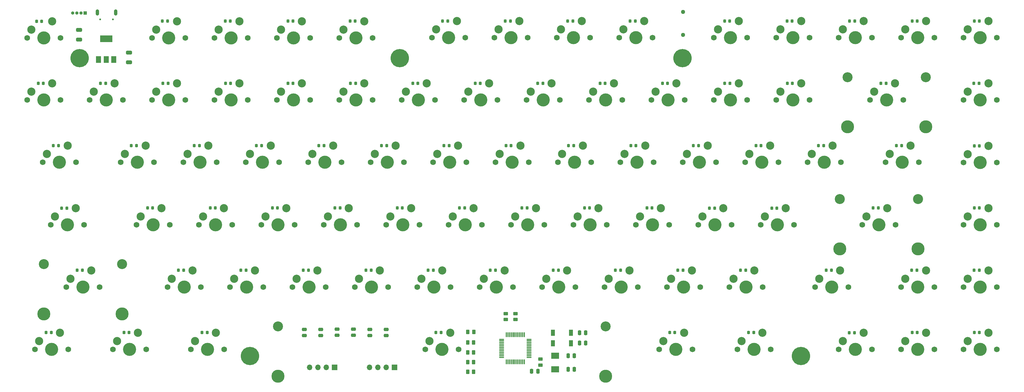
<source format=gbr>
%TF.GenerationSoftware,KiCad,Pcbnew,7.0.8-7.0.8~ubuntu22.04.1*%
%TF.CreationDate,2023-11-08T21:52:34+01:00*%
%TF.ProjectId,keyboard,6b657962-6f61-4726-942e-6b696361645f,rev?*%
%TF.SameCoordinates,Original*%
%TF.FileFunction,Soldermask,Bot*%
%TF.FilePolarity,Negative*%
%FSLAX46Y46*%
G04 Gerber Fmt 4.6, Leading zero omitted, Abs format (unit mm)*
G04 Created by KiCad (PCBNEW 7.0.8-7.0.8~ubuntu22.04.1) date 2023-11-08 21:52:34*
%MOMM*%
%LPD*%
G01*
G04 APERTURE LIST*
G04 Aperture macros list*
%AMRoundRect*
0 Rectangle with rounded corners*
0 $1 Rounding radius*
0 $2 $3 $4 $5 $6 $7 $8 $9 X,Y pos of 4 corners*
0 Add a 4 corners polygon primitive as box body*
4,1,4,$2,$3,$4,$5,$6,$7,$8,$9,$2,$3,0*
0 Add four circle primitives for the rounded corners*
1,1,$1+$1,$2,$3*
1,1,$1+$1,$4,$5*
1,1,$1+$1,$6,$7*
1,1,$1+$1,$8,$9*
0 Add four rect primitives between the rounded corners*
20,1,$1+$1,$2,$3,$4,$5,0*
20,1,$1+$1,$4,$5,$6,$7,0*
20,1,$1+$1,$6,$7,$8,$9,0*
20,1,$1+$1,$8,$9,$2,$3,0*%
G04 Aperture macros list end*
%ADD10C,1.750000*%
%ADD11C,4.000000*%
%ADD12C,2.500000*%
%ADD13C,5.600000*%
%ADD14C,3.048000*%
%ADD15C,3.987800*%
%ADD16C,0.550000*%
%ADD17O,1.050000X1.900000*%
%ADD18C,1.300000*%
%ADD19R,1.000000X1.000000*%
%ADD20O,1.000000X1.000000*%
%ADD21RoundRect,0.218750X-0.218750X-0.256250X0.218750X-0.256250X0.218750X0.256250X-0.218750X0.256250X0*%
%ADD22R,2.400000X1.900000*%
%ADD23RoundRect,0.250000X0.650000X-0.325000X0.650000X0.325000X-0.650000X0.325000X-0.650000X-0.325000X0*%
%ADD24RoundRect,0.250000X0.262500X0.450000X-0.262500X0.450000X-0.262500X-0.450000X0.262500X-0.450000X0*%
%ADD25RoundRect,0.250000X0.250000X0.475000X-0.250000X0.475000X-0.250000X-0.475000X0.250000X-0.475000X0*%
%ADD26RoundRect,0.075000X0.662500X0.075000X-0.662500X0.075000X-0.662500X-0.075000X0.662500X-0.075000X0*%
%ADD27RoundRect,0.075000X0.075000X0.662500X-0.075000X0.662500X-0.075000X-0.662500X0.075000X-0.662500X0*%
%ADD28RoundRect,0.250000X0.475000X-0.250000X0.475000X0.250000X-0.475000X0.250000X-0.475000X-0.250000X0*%
%ADD29RoundRect,0.250000X0.450000X-0.262500X0.450000X0.262500X-0.450000X0.262500X-0.450000X-0.262500X0*%
%ADD30R,1.500000X2.000000*%
%ADD31R,3.800000X2.000000*%
%ADD32RoundRect,0.250000X-0.250000X-0.475000X0.250000X-0.475000X0.250000X0.475000X-0.250000X0.475000X0*%
%ADD33R,1.300000X1.900000*%
%ADD34RoundRect,0.250000X-0.450000X0.262500X-0.450000X-0.262500X0.450000X-0.262500X0.450000X0.262500X0*%
%ADD35R,1.700000X1.700000*%
%ADD36O,1.700000X1.700000*%
%ADD37RoundRect,0.250000X-0.650000X0.325000X-0.650000X-0.325000X0.650000X-0.325000X0.650000X0.325000X0*%
G04 APERTURE END LIST*
D10*
%TO.C,S4*%
X245380000Y-116680000D03*
D11*
X250460000Y-116680000D03*
D10*
X255540000Y-116680000D03*
D12*
X246650000Y-114140000D03*
X253000000Y-111600000D03*
%TD*%
D10*
%TO.C,S10*%
X293030000Y-97630000D03*
D11*
X298110000Y-97630000D03*
D10*
X303190000Y-97630000D03*
D12*
X294300000Y-95090000D03*
X300650000Y-92550000D03*
%TD*%
D10*
%TO.C,S33*%
X288280000Y-135750000D03*
D11*
X293360000Y-135750000D03*
D10*
X298440000Y-135750000D03*
D12*
X289550000Y-133210000D03*
X295900000Y-130670000D03*
%TD*%
D10*
%TO.C,S24*%
X69160000Y-116680000D03*
D11*
X74240000Y-116680000D03*
D10*
X79320000Y-116680000D03*
D12*
X70430000Y-114140000D03*
X76780000Y-111600000D03*
%TD*%
D10*
%TO.C,S56*%
X135880000Y-135750000D03*
D11*
X140960000Y-135750000D03*
D10*
X146040000Y-135750000D03*
D12*
X137150000Y-133210000D03*
X143500000Y-130670000D03*
%TD*%
D10*
%TO.C,S51*%
X107230000Y-154800000D03*
D11*
X112310000Y-154800000D03*
D10*
X117390000Y-154800000D03*
D12*
X108500000Y-152260000D03*
X114850000Y-149720000D03*
%TD*%
D13*
%TO.C,H1*%
X80350000Y-84800000D03*
%TD*%
D10*
%TO.C,S65*%
X293020000Y-78550000D03*
D11*
X298100000Y-78550000D03*
D10*
X303180000Y-78550000D03*
D12*
X294290000Y-76010000D03*
X300640000Y-73470000D03*
%TD*%
D10*
%TO.C,S16*%
X83460000Y-97630000D03*
D11*
X88540000Y-97630000D03*
D10*
X93620000Y-97630000D03*
D12*
X84730000Y-95090000D03*
X91080000Y-92550000D03*
%TD*%
D10*
%TO.C,S66*%
X235880000Y-97630000D03*
D11*
X240960000Y-97630000D03*
D10*
X246040000Y-97630000D03*
D12*
X237150000Y-95090000D03*
X243500000Y-92550000D03*
%TD*%
D10*
%TO.C,S58*%
X90580000Y-173850000D03*
D11*
X95660000Y-173850000D03*
D10*
X100740000Y-173850000D03*
D12*
X91850000Y-171310000D03*
X98200000Y-168770000D03*
%TD*%
D10*
%TO.C,S21*%
X331090000Y-173850000D03*
D11*
X336170000Y-173850000D03*
D10*
X341250000Y-173850000D03*
D12*
X332360000Y-171310000D03*
X338710000Y-168770000D03*
%TD*%
D10*
%TO.C,S75*%
X183430000Y-154800000D03*
D11*
X188510000Y-154800000D03*
D10*
X193590000Y-154800000D03*
D12*
X184700000Y-152260000D03*
X191050000Y-149720000D03*
%TD*%
D10*
%TO.C,S76*%
X257290000Y-173850000D03*
D11*
X262370000Y-173850000D03*
D10*
X267450000Y-173850000D03*
D12*
X258560000Y-171310000D03*
X264910000Y-168770000D03*
%TD*%
D13*
%TO.C,H3*%
X300550000Y-175950000D03*
%TD*%
D10*
%TO.C,S59*%
X273970000Y-78550000D03*
D11*
X279050000Y-78550000D03*
D10*
X284130000Y-78550000D03*
D12*
X275240000Y-76010000D03*
X281590000Y-73470000D03*
%TD*%
D10*
%TO.C,S23*%
X102510000Y-97630000D03*
D11*
X107590000Y-97630000D03*
D10*
X112670000Y-97630000D03*
D12*
X103780000Y-95090000D03*
X110130000Y-92550000D03*
%TD*%
D10*
%TO.C,S55*%
X169180000Y-116680000D03*
D11*
X174260000Y-116680000D03*
D10*
X179340000Y-116680000D03*
D12*
X170450000Y-114140000D03*
X176800000Y-111600000D03*
%TD*%
D10*
%TO.C,S49*%
X150130000Y-116680000D03*
D11*
X155210000Y-116680000D03*
D10*
X160290000Y-116680000D03*
D12*
X151400000Y-114140000D03*
X157750000Y-111600000D03*
%TD*%
D10*
%TO.C,S2*%
X331120000Y-78550000D03*
D11*
X336200000Y-78550000D03*
D10*
X341280000Y-78550000D03*
D12*
X332390000Y-76010000D03*
X338740000Y-73470000D03*
%TD*%
D10*
%TO.C,S35*%
X187900000Y-78550000D03*
D11*
X192980000Y-78550000D03*
D10*
X198060000Y-78550000D03*
D12*
X189170000Y-76010000D03*
X195520000Y-73470000D03*
%TD*%
D10*
%TO.C,S70*%
X185850000Y-173850000D03*
D11*
X190930000Y-173850000D03*
D10*
X196010000Y-173850000D03*
D12*
X187120000Y-171310000D03*
X193470000Y-168770000D03*
%TD*%
D14*
%TO.C,bs stabilizer*%
X314742000Y-90645000D03*
D15*
X314742000Y-105855000D03*
D14*
X338618000Y-90645000D03*
D15*
X338618000Y-105855000D03*
%TD*%
D10*
%TO.C,S15*%
X121580000Y-78600000D03*
D11*
X126660000Y-78600000D03*
D10*
X131740000Y-78600000D03*
D12*
X122850000Y-76060000D03*
X129200000Y-73520000D03*
%TD*%
D10*
%TO.C,S28*%
X350150000Y-173850000D03*
D11*
X355230000Y-173850000D03*
D10*
X360310000Y-173850000D03*
D12*
X351420000Y-171310000D03*
X357770000Y-168770000D03*
%TD*%
D10*
%TO.C,S48*%
X178730000Y-97630000D03*
D11*
X183810000Y-97630000D03*
D10*
X188890000Y-97630000D03*
D12*
X180000000Y-95090000D03*
X186350000Y-92550000D03*
%TD*%
D10*
%TO.C,S78*%
X350130000Y-97590000D03*
D11*
X355210000Y-97590000D03*
D10*
X360290000Y-97590000D03*
D12*
X351400000Y-95050000D03*
X357750000Y-92510000D03*
%TD*%
D10*
%TO.C,S79*%
X350165000Y-116700000D03*
D11*
X355245000Y-116700000D03*
D10*
X360325000Y-116700000D03*
D12*
X351435000Y-114160000D03*
X357785000Y-111620000D03*
%TD*%
D10*
%TO.C,S6*%
X202480000Y-154800000D03*
D11*
X207560000Y-154800000D03*
D10*
X212640000Y-154800000D03*
D12*
X203750000Y-152260000D03*
X210100000Y-149720000D03*
%TD*%
D10*
%TO.C,S17*%
X321600000Y-97630000D03*
D11*
X326680000Y-97630000D03*
D10*
X331760000Y-97630000D03*
D12*
X322870000Y-95090000D03*
X329220000Y-92550000D03*
%TD*%
D10*
%TO.C,S60*%
X216830000Y-97630000D03*
D11*
X221910000Y-97630000D03*
D10*
X226990000Y-97630000D03*
D12*
X218100000Y-95090000D03*
X224450000Y-92550000D03*
%TD*%
D10*
%TO.C,S5*%
X212080000Y-135750000D03*
D11*
X217160000Y-135750000D03*
D10*
X222240000Y-135750000D03*
D12*
X213350000Y-133210000D03*
X219700000Y-130670000D03*
%TD*%
D10*
%TO.C,S53*%
X245070000Y-78550000D03*
D11*
X250150000Y-78550000D03*
D10*
X255230000Y-78550000D03*
D12*
X246340000Y-76010000D03*
X252690000Y-73470000D03*
%TD*%
D10*
%TO.C,S50*%
X116830000Y-135750000D03*
D11*
X121910000Y-135750000D03*
D10*
X126990000Y-135750000D03*
D12*
X118100000Y-133210000D03*
X124450000Y-130670000D03*
%TD*%
D10*
%TO.C,S62*%
X154930000Y-135750000D03*
D11*
X160010000Y-135750000D03*
D10*
X165090000Y-135750000D03*
D12*
X156200000Y-133210000D03*
X162550000Y-130670000D03*
%TD*%
D10*
%TO.C,S31*%
X92960000Y-116680000D03*
D11*
X98040000Y-116680000D03*
D10*
X103120000Y-116680000D03*
D12*
X94230000Y-114140000D03*
X100580000Y-111600000D03*
%TD*%
D10*
%TO.C,S63*%
X145330000Y-154800000D03*
D11*
X150410000Y-154800000D03*
D10*
X155490000Y-154800000D03*
D12*
X146600000Y-152260000D03*
X152950000Y-149720000D03*
%TD*%
D10*
%TO.C,S26*%
X269230000Y-135750000D03*
D11*
X274310000Y-135750000D03*
D10*
X279390000Y-135750000D03*
D12*
X270500000Y-133210000D03*
X276850000Y-130670000D03*
%TD*%
D10*
%TO.C,S25*%
X302530000Y-116680000D03*
D11*
X307610000Y-116680000D03*
D10*
X312690000Y-116680000D03*
D12*
X303800000Y-114140000D03*
X310150000Y-111600000D03*
%TD*%
D10*
%TO.C,S11*%
X264430000Y-116680000D03*
D11*
X269510000Y-116680000D03*
D10*
X274590000Y-116680000D03*
D12*
X265700000Y-114140000D03*
X272050000Y-111600000D03*
%TD*%
D10*
%TO.C,S54*%
X197780000Y-97630000D03*
D11*
X202860000Y-97630000D03*
D10*
X207940000Y-97630000D03*
D12*
X199050000Y-95090000D03*
X205400000Y-92550000D03*
%TD*%
D10*
%TO.C,S1*%
X64410000Y-78600000D03*
D11*
X69490000Y-78600000D03*
D10*
X74570000Y-78600000D03*
D12*
X65680000Y-76060000D03*
X72030000Y-73520000D03*
%TD*%
D14*
%TO.C,lshift stabilizer*%
X69452000Y-147815000D03*
D15*
X69452000Y-163025000D03*
D14*
X93328000Y-147815000D03*
D15*
X93328000Y-163025000D03*
%TD*%
D10*
%TO.C,S9*%
X64410000Y-97630000D03*
D11*
X69490000Y-97630000D03*
D10*
X74570000Y-97630000D03*
D12*
X65680000Y-95090000D03*
X72030000Y-92550000D03*
%TD*%
D10*
%TO.C,S67*%
X207280000Y-116680000D03*
D11*
X212360000Y-116680000D03*
D10*
X217440000Y-116680000D03*
D12*
X208550000Y-114140000D03*
X214900000Y-111600000D03*
%TD*%
D10*
%TO.C,S40*%
X304870000Y-154800000D03*
D11*
X309950000Y-154800000D03*
D10*
X315030000Y-154800000D03*
D12*
X306140000Y-152260000D03*
X312490000Y-149720000D03*
%TD*%
D13*
%TO.C,H2*%
X178100000Y-84800000D03*
%TD*%
D10*
%TO.C,S68*%
X173980000Y-135750000D03*
D11*
X179060000Y-135750000D03*
D10*
X184140000Y-135750000D03*
D12*
X175250000Y-133210000D03*
X181600000Y-130670000D03*
%TD*%
D10*
%TO.C,S36*%
X140600000Y-97630000D03*
D11*
X145680000Y-97630000D03*
D10*
X150760000Y-97630000D03*
D12*
X141870000Y-95090000D03*
X148220000Y-92550000D03*
%TD*%
D10*
%TO.C,S7*%
X281170000Y-173850000D03*
D11*
X286250000Y-173850000D03*
D10*
X291330000Y-173850000D03*
D12*
X282440000Y-171310000D03*
X288790000Y-168770000D03*
%TD*%
D13*
%TO.C,H4*%
X132400000Y-175950000D03*
%TD*%
D16*
%TO.C,J1*%
X90525000Y-73000000D03*
X86675000Y-73000000D03*
D17*
X91425000Y-70850000D03*
X85775000Y-70850000D03*
%TD*%
D10*
%TO.C,S38*%
X71570000Y-135750000D03*
D11*
X76650000Y-135750000D03*
D10*
X81730000Y-135750000D03*
D12*
X72840000Y-133210000D03*
X79190000Y-130670000D03*
%TD*%
D14*
%TO.C,enter stabilizer*%
X312372000Y-127910000D03*
D15*
X312372000Y-143120000D03*
D14*
X336248000Y-127910000D03*
D15*
X336248000Y-143120000D03*
%TD*%
D10*
%TO.C,S80*%
X350150000Y-135750000D03*
D11*
X355230000Y-135750000D03*
D10*
X360310000Y-135750000D03*
D12*
X351420000Y-133210000D03*
X357770000Y-130670000D03*
%TD*%
D10*
%TO.C,S13*%
X221530000Y-154800000D03*
D11*
X226610000Y-154800000D03*
D10*
X231690000Y-154800000D03*
D12*
X222800000Y-152260000D03*
X229150000Y-149720000D03*
%TD*%
D10*
%TO.C,S14*%
X312040000Y-173850000D03*
D11*
X317120000Y-173850000D03*
D10*
X322200000Y-173850000D03*
D12*
X313310000Y-171310000D03*
X319660000Y-168770000D03*
%TD*%
D10*
%TO.C,S61*%
X188230000Y-116680000D03*
D11*
X193310000Y-116680000D03*
D10*
X198390000Y-116680000D03*
D12*
X189500000Y-114140000D03*
X195850000Y-111600000D03*
%TD*%
D10*
%TO.C,S44*%
X97780000Y-135750000D03*
D11*
X102860000Y-135750000D03*
D10*
X107940000Y-135750000D03*
D12*
X99050000Y-133210000D03*
X105400000Y-130670000D03*
%TD*%
D10*
%TO.C,S30*%
X121560000Y-97630000D03*
D11*
X126640000Y-97630000D03*
D10*
X131720000Y-97630000D03*
D12*
X122830000Y-95090000D03*
X129180000Y-92550000D03*
%TD*%
D10*
%TO.C,S47*%
X226020000Y-78550000D03*
D11*
X231100000Y-78550000D03*
D10*
X236180000Y-78550000D03*
D12*
X227290000Y-76010000D03*
X233640000Y-73470000D03*
%TD*%
D10*
%TO.C,S81*%
X350150000Y-154800000D03*
D11*
X355230000Y-154800000D03*
D10*
X360310000Y-154800000D03*
D12*
X351420000Y-152260000D03*
X357770000Y-149720000D03*
%TD*%
D10*
%TO.C,S12*%
X231130000Y-135750000D03*
D11*
X236210000Y-135750000D03*
D10*
X241290000Y-135750000D03*
D12*
X232400000Y-133210000D03*
X238750000Y-130670000D03*
%TD*%
D14*
%TO.C,space stabilizer*%
X140930000Y-166865000D03*
D15*
X140930000Y-182075000D03*
D14*
X240930000Y-166865000D03*
D15*
X240930000Y-182075000D03*
%TD*%
D10*
%TO.C,S46*%
X331120000Y-154800000D03*
D11*
X336200000Y-154800000D03*
D10*
X341280000Y-154800000D03*
D12*
X332390000Y-152260000D03*
X338740000Y-149720000D03*
%TD*%
D10*
%TO.C,S34*%
X278680000Y-154800000D03*
D11*
X283760000Y-154800000D03*
D10*
X288840000Y-154800000D03*
D12*
X279950000Y-152260000D03*
X286300000Y-149720000D03*
%TD*%
D10*
%TO.C,S74*%
X193030000Y-135750000D03*
D11*
X198110000Y-135750000D03*
D10*
X203190000Y-135750000D03*
D12*
X194300000Y-133210000D03*
X200650000Y-130670000D03*
%TD*%
D10*
%TO.C,S37*%
X112030000Y-116680000D03*
D11*
X117110000Y-116680000D03*
D10*
X122190000Y-116680000D03*
D12*
X113300000Y-114140000D03*
X119650000Y-111600000D03*
%TD*%
D10*
%TO.C,S41*%
X206970000Y-78550000D03*
D11*
X212050000Y-78550000D03*
D10*
X217130000Y-78550000D03*
D12*
X208240000Y-76010000D03*
X214590000Y-73470000D03*
%TD*%
D10*
%TO.C,S8*%
X102504700Y-78600000D03*
D11*
X107584700Y-78600000D03*
D10*
X112664700Y-78600000D03*
D12*
X103774700Y-76060000D03*
X110124700Y-73520000D03*
%TD*%
D10*
%TO.C,S77*%
X350100000Y-78550000D03*
D11*
X355180000Y-78550000D03*
D10*
X360260000Y-78550000D03*
D12*
X351370000Y-76010000D03*
X357720000Y-73470000D03*
%TD*%
D10*
%TO.C,S64*%
X114380000Y-173850000D03*
D11*
X119460000Y-173850000D03*
D10*
X124540000Y-173850000D03*
D12*
X115650000Y-171310000D03*
X122000000Y-168770000D03*
%TD*%
D10*
%TO.C,S71*%
X312070000Y-78550000D03*
D11*
X317150000Y-78550000D03*
D10*
X322230000Y-78550000D03*
D12*
X313340000Y-76010000D03*
X319690000Y-73470000D03*
%TD*%
D10*
%TO.C,S45*%
X76310000Y-154800000D03*
D11*
X81390000Y-154800000D03*
D10*
X86470000Y-154800000D03*
D12*
X77580000Y-152260000D03*
X83930000Y-149720000D03*
%TD*%
D10*
%TO.C,S19*%
X250180000Y-135750000D03*
D11*
X255260000Y-135750000D03*
D10*
X260340000Y-135750000D03*
D12*
X251450000Y-133210000D03*
X257800000Y-130670000D03*
%TD*%
D10*
%TO.C,S52*%
X66780000Y-173850000D03*
D11*
X71860000Y-173850000D03*
D10*
X76940000Y-173850000D03*
D12*
X68050000Y-171310000D03*
X74400000Y-168770000D03*
%TD*%
D10*
%TO.C,S42*%
X159680000Y-97630000D03*
D11*
X164760000Y-97630000D03*
D10*
X169840000Y-97630000D03*
D12*
X160950000Y-95090000D03*
X167300000Y-92550000D03*
%TD*%
D10*
%TO.C,S57*%
X126280000Y-154800000D03*
D11*
X131360000Y-154800000D03*
D10*
X136440000Y-154800000D03*
D12*
X127550000Y-152260000D03*
X133900000Y-149720000D03*
%TD*%
D10*
%TO.C,S3*%
X273980000Y-97630000D03*
D11*
X279060000Y-97630000D03*
D10*
X284140000Y-97630000D03*
D12*
X275250000Y-95090000D03*
X281600000Y-92550000D03*
%TD*%
D13*
%TO.C,H5*%
X264400000Y-84800000D03*
%TD*%
D10*
%TO.C,S73*%
X226330000Y-116680000D03*
D11*
X231410000Y-116680000D03*
D10*
X236490000Y-116680000D03*
D12*
X227600000Y-114140000D03*
X233950000Y-111600000D03*
%TD*%
D10*
%TO.C,S32*%
X326330000Y-116680000D03*
D11*
X331410000Y-116680000D03*
D10*
X336490000Y-116680000D03*
D12*
X327600000Y-114140000D03*
X333950000Y-111600000D03*
%TD*%
D10*
%TO.C,S27*%
X259630000Y-154800000D03*
D11*
X264710000Y-154800000D03*
D10*
X269790000Y-154800000D03*
D12*
X260900000Y-152260000D03*
X267250000Y-149720000D03*
%TD*%
D10*
%TO.C,S39*%
X319230000Y-135750000D03*
D11*
X324310000Y-135750000D03*
D10*
X329390000Y-135750000D03*
D12*
X320500000Y-133210000D03*
X326850000Y-130670000D03*
%TD*%
D10*
%TO.C,S22*%
X140630000Y-78600000D03*
D11*
X145710000Y-78600000D03*
D10*
X150790000Y-78600000D03*
D12*
X141900000Y-76060000D03*
X148250000Y-73520000D03*
%TD*%
D10*
%TO.C,S72*%
X254930000Y-97630000D03*
D11*
X260010000Y-97630000D03*
D10*
X265090000Y-97630000D03*
D12*
X256200000Y-95090000D03*
X262550000Y-92550000D03*
%TD*%
D10*
%TO.C,S20*%
X240580000Y-154800000D03*
D11*
X245660000Y-154800000D03*
D10*
X250740000Y-154800000D03*
D12*
X241850000Y-152260000D03*
X248200000Y-149720000D03*
%TD*%
D10*
%TO.C,S18*%
X283480000Y-116680000D03*
D11*
X288560000Y-116680000D03*
D10*
X293640000Y-116680000D03*
D12*
X284750000Y-114140000D03*
X291100000Y-111600000D03*
%TD*%
D10*
%TO.C,S29*%
X159680000Y-78600000D03*
D11*
X164760000Y-78600000D03*
D10*
X169840000Y-78600000D03*
D12*
X160950000Y-76060000D03*
X167300000Y-73520000D03*
%TD*%
D18*
%TO.C,J2*%
X264580000Y-70700000D03*
X264580000Y-77700000D03*
%TD*%
D19*
%TO.C,J5*%
X82100000Y-71000000D03*
D20*
X80830000Y-71000000D03*
X79560000Y-71000000D03*
X78290000Y-71000000D03*
%TD*%
D10*
%TO.C,S43*%
X131080000Y-116680000D03*
D11*
X136160000Y-116680000D03*
D10*
X141240000Y-116680000D03*
D12*
X132350000Y-114140000D03*
X138700000Y-111600000D03*
%TD*%
D10*
%TO.C,S69*%
X164380000Y-154800000D03*
D11*
X169460000Y-154800000D03*
D10*
X174540000Y-154800000D03*
D12*
X165650000Y-152260000D03*
X172000000Y-149720000D03*
%TD*%
D21*
%TO.C,D42*%
X163062500Y-92550000D03*
X164637500Y-92550000D03*
%TD*%
%TO.C,D74*%
X229612500Y-111600000D03*
X231187500Y-111600000D03*
%TD*%
%TO.C,D64*%
X117725000Y-168750000D03*
X119300000Y-168750000D03*
%TD*%
%TO.C,D44*%
X101125000Y-130650000D03*
X102700000Y-130650000D03*
%TD*%
%TO.C,D62*%
X158312500Y-130650000D03*
X159887500Y-130650000D03*
%TD*%
%TO.C,D45*%
X79662500Y-149700000D03*
X81237500Y-149700000D03*
%TD*%
D22*
%TO.C,Y2*%
X225482500Y-175850000D03*
X225482500Y-179950000D03*
%TD*%
D21*
%TO.C,D72*%
X315362500Y-73450000D03*
X316937500Y-73450000D03*
%TD*%
D23*
%TO.C,C7*%
X80250000Y-79125000D03*
X80250000Y-76175000D03*
%TD*%
D21*
%TO.C,D65*%
X296282500Y-73450000D03*
X297857500Y-73450000D03*
%TD*%
%TO.C,D4*%
X248612500Y-111600000D03*
X250187500Y-111600000D03*
%TD*%
D24*
%TO.C,R10*%
X200695000Y-168550000D03*
X198870000Y-168550000D03*
%TD*%
D21*
%TO.C,D10*%
X296362500Y-92550000D03*
X297937500Y-92550000D03*
%TD*%
%TO.C,D30*%
X124912500Y-92550000D03*
X126487500Y-92550000D03*
%TD*%
%TO.C,D37*%
X115362500Y-111600000D03*
X116937500Y-111600000D03*
%TD*%
D25*
%TO.C,C10*%
X231365000Y-175862500D03*
X229465000Y-175862500D03*
%TD*%
D24*
%TO.C,R12*%
X200625000Y-180750000D03*
X198800000Y-180750000D03*
%TD*%
D21*
%TO.C,D8*%
X105655000Y-73500000D03*
X107230000Y-73500000D03*
%TD*%
%TO.C,D21*%
X334462500Y-168750000D03*
X336037500Y-168750000D03*
%TD*%
D26*
%TO.C,U1*%
X217512500Y-170800000D03*
X217512500Y-171300000D03*
X217512500Y-171800000D03*
X217512500Y-172300000D03*
X217512500Y-172800000D03*
X217512500Y-173300000D03*
X217512500Y-173800000D03*
X217512500Y-174300000D03*
X217512500Y-174800000D03*
X217512500Y-175300000D03*
X217512500Y-175800000D03*
X217512500Y-176300000D03*
D27*
X216100000Y-177712500D03*
X215600000Y-177712500D03*
X215100000Y-177712500D03*
X214600000Y-177712500D03*
X214100000Y-177712500D03*
X213600000Y-177712500D03*
X213100000Y-177712500D03*
X212600000Y-177712500D03*
X212100000Y-177712500D03*
X211600000Y-177712500D03*
X211100000Y-177712500D03*
X210600000Y-177712500D03*
D26*
X209187500Y-176300000D03*
X209187500Y-175800000D03*
X209187500Y-175300000D03*
X209187500Y-174800000D03*
X209187500Y-174300000D03*
X209187500Y-173800000D03*
X209187500Y-173300000D03*
X209187500Y-172800000D03*
X209187500Y-172300000D03*
X209187500Y-171800000D03*
X209187500Y-171300000D03*
X209187500Y-170800000D03*
D27*
X210600000Y-169387500D03*
X211100000Y-169387500D03*
X211600000Y-169387500D03*
X212100000Y-169387500D03*
X212600000Y-169387500D03*
X213100000Y-169387500D03*
X213600000Y-169387500D03*
X214100000Y-169387500D03*
X214600000Y-169387500D03*
X215100000Y-169387500D03*
X215600000Y-169387500D03*
X216100000Y-169387500D03*
%TD*%
D21*
%TO.C,D75*%
X196312500Y-130650000D03*
X197887500Y-130650000D03*
%TD*%
%TO.C,D9*%
X67755000Y-92550000D03*
X69330000Y-92550000D03*
%TD*%
D28*
%TO.C,C5*%
X158950000Y-169600000D03*
X158950000Y-167700000D03*
%TD*%
D29*
%TO.C,R6*%
X213400000Y-164762500D03*
X213400000Y-162937500D03*
%TD*%
D21*
%TO.C,D54*%
X201112500Y-92550000D03*
X202687500Y-92550000D03*
%TD*%
%TO.C,D36*%
X143962500Y-92550000D03*
X145537500Y-92550000D03*
%TD*%
%TO.C,D76*%
X186775000Y-149700000D03*
X188350000Y-149700000D03*
%TD*%
%TO.C,D35*%
X191162500Y-73500000D03*
X192737500Y-73500000D03*
%TD*%
%TO.C,D12*%
X234462500Y-130650000D03*
X236037500Y-130650000D03*
%TD*%
%TO.C,D52*%
X70162500Y-168750000D03*
X71737500Y-168750000D03*
%TD*%
%TO.C,D27*%
X262962500Y-149700000D03*
X264537500Y-149700000D03*
%TD*%
%TO.C,D55*%
X172512500Y-111600000D03*
X174087500Y-111600000D03*
%TD*%
%TO.C,D59*%
X277232500Y-73500000D03*
X278807500Y-73500000D03*
%TD*%
D30*
%TO.C,U2*%
X90780000Y-85200000D03*
X88480000Y-85200000D03*
D31*
X88480000Y-78900000D03*
D30*
X86180000Y-85200000D03*
%TD*%
D24*
%TO.C,R11*%
X200625000Y-177800000D03*
X198800000Y-177800000D03*
%TD*%
D28*
%TO.C,C1*%
X173950000Y-169650000D03*
X173950000Y-167750000D03*
%TD*%
D21*
%TO.C,D3*%
X277262500Y-92550000D03*
X278837500Y-92550000D03*
%TD*%
%TO.C,D50*%
X120230000Y-130650000D03*
X121805000Y-130650000D03*
%TD*%
%TO.C,D39*%
X322562500Y-130650000D03*
X324137500Y-130650000D03*
%TD*%
%TO.C,D70*%
X189125000Y-168750000D03*
X190700000Y-168750000D03*
%TD*%
%TO.C,D82*%
X353362500Y-149700000D03*
X354937500Y-149700000D03*
%TD*%
%TO.C,D22*%
X143942500Y-73500000D03*
X145517500Y-73500000D03*
%TD*%
D32*
%TO.C,C13*%
X218332500Y-180550000D03*
X220232500Y-180550000D03*
%TD*%
D33*
%TO.C,Y1*%
X224850000Y-168787500D03*
X230350000Y-168787500D03*
X230350000Y-171987500D03*
X224850000Y-171987500D03*
%TD*%
D21*
%TO.C,D56*%
X139212500Y-130650000D03*
X140787500Y-130650000D03*
%TD*%
%TO.C,D29*%
X162930000Y-73500000D03*
X164505000Y-73500000D03*
%TD*%
%TO.C,D58*%
X93912500Y-168750000D03*
X95487500Y-168750000D03*
%TD*%
%TO.C,D80*%
X353400000Y-111650000D03*
X354975000Y-111650000D03*
%TD*%
%TO.C,D20*%
X243925000Y-149700000D03*
X245500000Y-149700000D03*
%TD*%
%TO.C,D33*%
X291605000Y-130700000D03*
X293180000Y-130700000D03*
%TD*%
%TO.C,D34*%
X282062500Y-149700000D03*
X283637500Y-149700000D03*
%TD*%
D28*
%TO.C,C2*%
X168950000Y-169650000D03*
X168950000Y-167750000D03*
%TD*%
D21*
%TO.C,D51*%
X110562500Y-149700000D03*
X112137500Y-149700000D03*
%TD*%
%TO.C,D15*%
X124805000Y-73500000D03*
X126380000Y-73500000D03*
%TD*%
%TO.C,D32*%
X329662500Y-111600000D03*
X331237500Y-111600000D03*
%TD*%
%TO.C,D23*%
X105812500Y-92550000D03*
X107387500Y-92550000D03*
%TD*%
%TO.C,D26*%
X272580000Y-130700000D03*
X274155000Y-130700000D03*
%TD*%
%TO.C,D28*%
X353425000Y-168750000D03*
X355000000Y-168750000D03*
%TD*%
%TO.C,D40*%
X308252500Y-149700000D03*
X309827500Y-149700000D03*
%TD*%
D28*
%TO.C,C8*%
X148950000Y-169650000D03*
X148950000Y-167750000D03*
%TD*%
D21*
%TO.C,D14*%
X315275000Y-168800000D03*
X316850000Y-168800000D03*
%TD*%
%TO.C,D78*%
X353400000Y-73450000D03*
X354975000Y-73450000D03*
%TD*%
%TO.C,D46*%
X334325000Y-149700000D03*
X335900000Y-149700000D03*
%TD*%
%TO.C,D38*%
X74912500Y-130700000D03*
X76487500Y-130700000D03*
%TD*%
%TO.C,D49*%
X153412500Y-111600000D03*
X154987500Y-111600000D03*
%TD*%
D34*
%TO.C,R4*%
X221032500Y-176865000D03*
X221032500Y-178690000D03*
%TD*%
D21*
%TO.C,D41*%
X210300000Y-73450000D03*
X211875000Y-73450000D03*
%TD*%
%TO.C,D7*%
X284525000Y-168750000D03*
X286100000Y-168750000D03*
%TD*%
%TO.C,D77*%
X260462500Y-168750000D03*
X262037500Y-168750000D03*
%TD*%
D35*
%TO.C,J4*%
X158180000Y-179400000D03*
D36*
X155640000Y-179400000D03*
X153100000Y-179400000D03*
X150560000Y-179400000D03*
%TD*%
D24*
%TO.C,R7*%
X200625000Y-171800000D03*
X198800000Y-171800000D03*
%TD*%
D21*
%TO.C,D19*%
X253512500Y-130650000D03*
X255087500Y-130650000D03*
%TD*%
%TO.C,D5*%
X215362500Y-130650000D03*
X216937500Y-130650000D03*
%TD*%
%TO.C,D67*%
X210512500Y-111600000D03*
X212087500Y-111600000D03*
%TD*%
%TO.C,D18*%
X286775000Y-111600000D03*
X288350000Y-111600000D03*
%TD*%
D25*
%TO.C,C9*%
X231365000Y-179950000D03*
X229465000Y-179950000D03*
%TD*%
D21*
%TO.C,D11*%
X267712500Y-111600000D03*
X269287500Y-111600000D03*
%TD*%
%TO.C,D73*%
X258262500Y-92550000D03*
X259837500Y-92550000D03*
%TD*%
%TO.C,D25*%
X305862500Y-111600000D03*
X307437500Y-111600000D03*
%TD*%
D25*
%TO.C,C11*%
X234832500Y-171950000D03*
X232932500Y-171950000D03*
%TD*%
D21*
%TO.C,D17*%
X324912500Y-92550000D03*
X326487500Y-92550000D03*
%TD*%
%TO.C,D24*%
X72355000Y-111600000D03*
X73930000Y-111600000D03*
%TD*%
%TO.C,D48*%
X182062500Y-92550000D03*
X183637500Y-92550000D03*
%TD*%
%TO.C,D57*%
X129612500Y-149700000D03*
X131187500Y-149700000D03*
%TD*%
%TO.C,D66*%
X239212500Y-92550000D03*
X240787500Y-92550000D03*
%TD*%
%TO.C,D53*%
X248412500Y-73500000D03*
X249987500Y-73500000D03*
%TD*%
%TO.C,D63*%
X148662500Y-149700000D03*
X150237500Y-149700000D03*
%TD*%
%TO.C,D81*%
X353400000Y-130650000D03*
X354975000Y-130650000D03*
%TD*%
D28*
%TO.C,C3*%
X163950000Y-169600000D03*
X163950000Y-167700000D03*
%TD*%
D21*
%TO.C,D13*%
X224912500Y-149700000D03*
X226487500Y-149700000D03*
%TD*%
%TO.C,D47*%
X229312500Y-73450000D03*
X230887500Y-73450000D03*
%TD*%
D37*
%TO.C,C4*%
X95480000Y-83100000D03*
X95480000Y-86050000D03*
%TD*%
D28*
%TO.C,C6*%
X153950000Y-169650000D03*
X153950000Y-167750000D03*
%TD*%
D21*
%TO.C,D6*%
X205712500Y-149700000D03*
X207287500Y-149700000D03*
%TD*%
%TO.C,D79*%
X353300000Y-92540000D03*
X354875000Y-92540000D03*
%TD*%
%TO.C,D2*%
X334462500Y-73450000D03*
X336037500Y-73450000D03*
%TD*%
%TO.C,D31*%
X96162500Y-111600000D03*
X97737500Y-111600000D03*
%TD*%
%TO.C,D1*%
X67242500Y-73520000D03*
X68817500Y-73520000D03*
%TD*%
%TO.C,D61*%
X191562500Y-111600000D03*
X193137500Y-111600000D03*
%TD*%
%TO.C,D69*%
X167762500Y-149700000D03*
X169337500Y-149700000D03*
%TD*%
D29*
%TO.C,R9*%
X210400000Y-164762500D03*
X210400000Y-162937500D03*
%TD*%
D24*
%TO.C,R8*%
X200625000Y-174800000D03*
X198800000Y-174800000D03*
%TD*%
D21*
%TO.C,D16*%
X86780000Y-92550000D03*
X88355000Y-92550000D03*
%TD*%
D25*
%TO.C,C12*%
X234832500Y-168800000D03*
X232932500Y-168800000D03*
%TD*%
D21*
%TO.C,D43*%
X134362500Y-111600000D03*
X135937500Y-111600000D03*
%TD*%
%TO.C,D68*%
X177312500Y-130650000D03*
X178887500Y-130650000D03*
%TD*%
D35*
%TO.C,J3*%
X176470000Y-179400000D03*
D36*
X173930000Y-179400000D03*
X171390000Y-179400000D03*
X168850000Y-179400000D03*
%TD*%
D21*
%TO.C,D60*%
X220180000Y-92550000D03*
X221755000Y-92550000D03*
%TD*%
M02*

</source>
